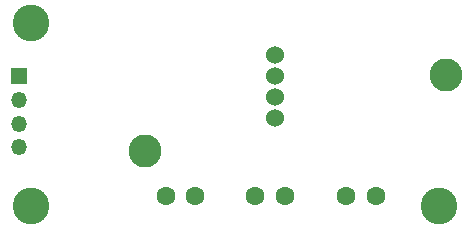
<source format=gbl>
G04 #@! TF.GenerationSoftware,KiCad,Pcbnew,(6.0.0)*
G04 #@! TF.CreationDate,2022-01-04T09:55:11+00:00*
G04 #@! TF.ProjectId,LEM_Breakout_Board,4c454d5f-4272-4656-916b-6f75745f426f,rev?*
G04 #@! TF.SameCoordinates,Original*
G04 #@! TF.FileFunction,Copper,L2,Bot*
G04 #@! TF.FilePolarity,Positive*
%FSLAX46Y46*%
G04 Gerber Fmt 4.6, Leading zero omitted, Abs format (unit mm)*
G04 Created by KiCad (PCBNEW (6.0.0)) date 2022-01-04 09:55:11*
%MOMM*%
%LPD*%
G01*
G04 APERTURE LIST*
G04 #@! TA.AperFunction,ComponentPad*
%ADD10C,1.600000*%
G04 #@! TD*
G04 #@! TA.AperFunction,ComponentPad*
%ADD11R,1.350000X1.350000*%
G04 #@! TD*
G04 #@! TA.AperFunction,ComponentPad*
%ADD12O,1.350000X1.350000*%
G04 #@! TD*
G04 #@! TA.AperFunction,ComponentPad*
%ADD13C,1.524000*%
G04 #@! TD*
G04 #@! TA.AperFunction,ComponentPad*
%ADD14C,2.800000*%
G04 #@! TD*
G04 #@! TA.AperFunction,ViaPad*
%ADD15C,3.100000*%
G04 #@! TD*
G04 APERTURE END LIST*
D10*
G04 #@! TO.P,C2,1*
G04 #@! TO.N,Net-(C1-Pad2)*
X136900000Y-105820000D03*
G04 #@! TO.P,C2,2*
G04 #@! TO.N,Net-(C2-Pad2)*
X134400000Y-105820000D03*
G04 #@! TD*
G04 #@! TO.P,C3,1*
G04 #@! TO.N,Net-(C1-Pad2)*
X126800000Y-105820000D03*
G04 #@! TO.P,C3,2*
G04 #@! TO.N,Net-(C3-Pad2)*
X129300000Y-105820000D03*
G04 #@! TD*
G04 #@! TO.P,C1,1*
G04 #@! TO.N,Net-(C1-Pad1)*
X144600000Y-105820000D03*
G04 #@! TO.P,C1,2*
G04 #@! TO.N,Net-(C1-Pad2)*
X142100000Y-105820000D03*
G04 #@! TD*
D11*
G04 #@! TO.P,J2,1*
G04 #@! TO.N,Net-(C1-Pad1)*
X114400000Y-95720000D03*
D12*
G04 #@! TO.P,J2,2*
G04 #@! TO.N,Net-(C1-Pad2)*
X114400000Y-97720000D03*
G04 #@! TO.P,J2,3*
G04 #@! TO.N,Net-(C2-Pad2)*
X114400000Y-99720000D03*
G04 #@! TO.P,J2,4*
G04 #@! TO.N,Net-(C3-Pad2)*
X114400000Y-101720000D03*
G04 #@! TD*
D13*
G04 #@! TO.P,J1,1*
G04 #@! TO.N,Net-(C1-Pad1)*
X136039999Y-93880001D03*
G04 #@! TO.P,J1,2*
G04 #@! TO.N,Net-(C1-Pad2)*
X136039999Y-95680001D03*
G04 #@! TO.P,J1,3*
G04 #@! TO.N,Net-(C2-Pad2)*
X136039999Y-97480001D03*
G04 #@! TO.P,J1,4*
G04 #@! TO.N,Net-(C3-Pad2)*
X136039999Y-99280001D03*
D14*
G04 #@! TO.P,J1,5*
G04 #@! TO.N,Net-(C1-Pad2)*
X125039999Y-102080001D03*
G04 #@! TO.P,J1,6*
G04 #@! TO.N,N/C*
X150539999Y-95580001D03*
G04 #@! TD*
D15*
G04 #@! TO.N,*
X149900000Y-106720000D03*
X115400000Y-91220000D03*
X115400000Y-106720000D03*
G04 #@! TD*
M02*

</source>
